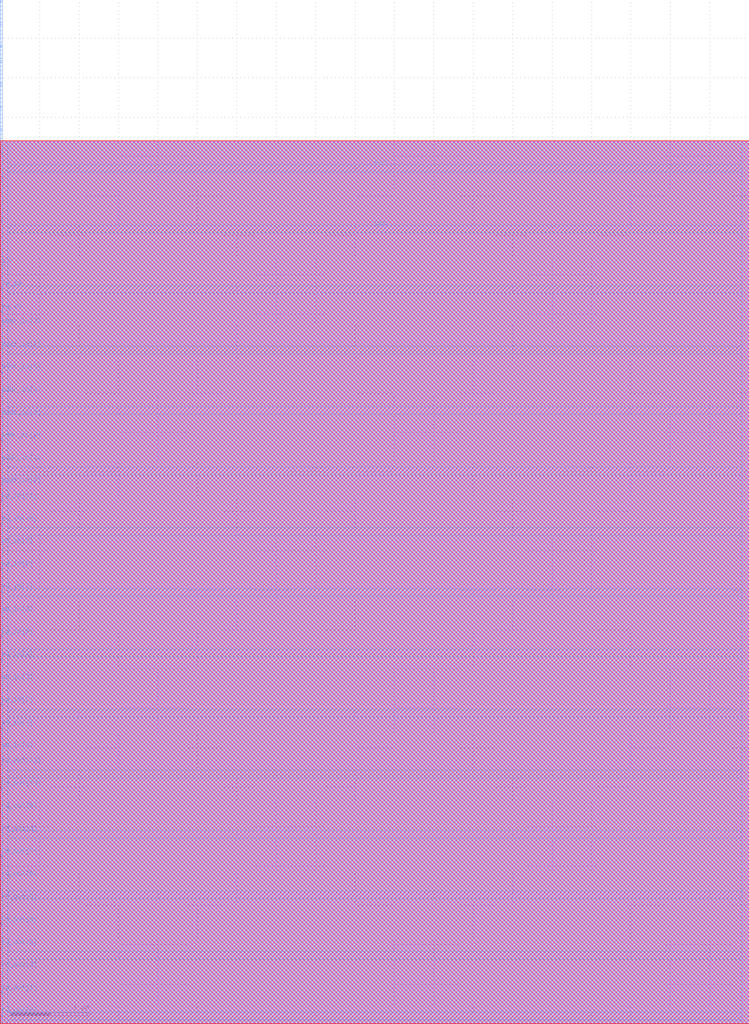
<source format=lef>
VERSION 5.7 ;
BUSBITCHARS "[]" ;
MACRO fakeram7_256x12
  FOREIGN fakeram7_256x12 0 0 ;
  SYMMETRY X Y R90 ;
  SIZE 9.500 BY 11.200 ;
  CLASS BLOCK ;
  PIN rd_out[0]
    DIRECTION OUTPUT ;
    USE SIGNAL ;
    SHAPE ABUTMENT ;
    PORT
      LAYER M4 ;
      RECT 0.000 0.096 0.024 0.120 ;
    END
  END rd_out[0]
  PIN rd_out[1]
    DIRECTION OUTPUT ;
    USE SIGNAL ;
    SHAPE ABUTMENT ;
    PORT
      LAYER M4 ;
      RECT 0.000 0.384 0.024 0.408 ;
    END
  END rd_out[1]
  PIN rd_out[2]
    DIRECTION OUTPUT ;
    USE SIGNAL ;
    SHAPE ABUTMENT ;
    PORT
      LAYER M4 ;
      RECT 0.000 0.672 0.024 0.696 ;
    END
  END rd_out[2]
  PIN rd_out[3]
    DIRECTION OUTPUT ;
    USE SIGNAL ;
    SHAPE ABUTMENT ;
    PORT
      LAYER M4 ;
      RECT 0.000 0.960 0.024 0.984 ;
    END
  END rd_out[3]
  PIN rd_out[4]
    DIRECTION OUTPUT ;
    USE SIGNAL ;
    SHAPE ABUTMENT ;
    PORT
      LAYER M4 ;
      RECT 0.000 1.248 0.024 1.272 ;
    END
  END rd_out[4]
  PIN rd_out[5]
    DIRECTION OUTPUT ;
    USE SIGNAL ;
    SHAPE ABUTMENT ;
    PORT
      LAYER M4 ;
      RECT 0.000 1.536 0.024 1.560 ;
    END
  END rd_out[5]
  PIN rd_out[6]
    DIRECTION OUTPUT ;
    USE SIGNAL ;
    SHAPE ABUTMENT ;
    PORT
      LAYER M4 ;
      RECT 0.000 1.824 0.024 1.848 ;
    END
  END rd_out[6]
  PIN rd_out[7]
    DIRECTION OUTPUT ;
    USE SIGNAL ;
    SHAPE ABUTMENT ;
    PORT
      LAYER M4 ;
      RECT 0.000 2.112 0.024 2.136 ;
    END
  END rd_out[7]
  PIN rd_out[8]
    DIRECTION OUTPUT ;
    USE SIGNAL ;
    SHAPE ABUTMENT ;
    PORT
      LAYER M4 ;
      RECT 0.000 2.400 0.024 2.424 ;
    END
  END rd_out[8]
  PIN rd_out[9]
    DIRECTION OUTPUT ;
    USE SIGNAL ;
    SHAPE ABUTMENT ;
    PORT
      LAYER M4 ;
      RECT 0.000 2.688 0.024 2.712 ;
    END
  END rd_out[9]
  PIN rd_out[10]
    DIRECTION OUTPUT ;
    USE SIGNAL ;
    SHAPE ABUTMENT ;
    PORT
      LAYER M4 ;
      RECT 0.000 2.976 0.024 3.000 ;
    END
  END rd_out[10]
  PIN rd_out[11]
    DIRECTION OUTPUT ;
    USE SIGNAL ;
    SHAPE ABUTMENT ;
    PORT
      LAYER M4 ;
      RECT 0.000 3.264 0.024 3.288 ;
    END
  END rd_out[11]
  PIN wd_in[0]
    DIRECTION INPUT ;
    USE SIGNAL ;
    SHAPE ABUTMENT ;
    PORT
      LAYER M4 ;
      RECT 0.000 3.456 0.024 3.480 ;
    END
  END wd_in[0]
  PIN wd_in[1]
    DIRECTION INPUT ;
    USE SIGNAL ;
    SHAPE ABUTMENT ;
    PORT
      LAYER M4 ;
      RECT 0.000 3.744 0.024 3.768 ;
    END
  END wd_in[1]
  PIN wd_in[2]
    DIRECTION INPUT ;
    USE SIGNAL ;
    SHAPE ABUTMENT ;
    PORT
      LAYER M4 ;
      RECT 0.000 4.032 0.024 4.056 ;
    END
  END wd_in[2]
  PIN wd_in[3]
    DIRECTION INPUT ;
    USE SIGNAL ;
    SHAPE ABUTMENT ;
    PORT
      LAYER M4 ;
      RECT 0.000 4.320 0.024 4.344 ;
    END
  END wd_in[3]
  PIN wd_in[4]
    DIRECTION INPUT ;
    USE SIGNAL ;
    SHAPE ABUTMENT ;
    PORT
      LAYER M4 ;
      RECT 0.000 4.608 0.024 4.632 ;
    END
  END wd_in[4]
  PIN wd_in[5]
    DIRECTION INPUT ;
    USE SIGNAL ;
    SHAPE ABUTMENT ;
    PORT
      LAYER M4 ;
      RECT 0.000 4.896 0.024 4.920 ;
    END
  END wd_in[5]
  PIN wd_in[6]
    DIRECTION INPUT ;
    USE SIGNAL ;
    SHAPE ABUTMENT ;
    PORT
      LAYER M4 ;
      RECT 0.000 5.184 0.024 5.208 ;
    END
  END wd_in[6]
  PIN wd_in[7]
    DIRECTION INPUT ;
    USE SIGNAL ;
    SHAPE ABUTMENT ;
    PORT
      LAYER M4 ;
      RECT 0.000 5.472 0.024 5.496 ;
    END
  END wd_in[7]
  PIN wd_in[8]
    DIRECTION INPUT ;
    USE SIGNAL ;
    SHAPE ABUTMENT ;
    PORT
      LAYER M4 ;
      RECT 0.000 5.760 0.024 5.784 ;
    END
  END wd_in[8]
  PIN wd_in[9]
    DIRECTION INPUT ;
    USE SIGNAL ;
    SHAPE ABUTMENT ;
    PORT
      LAYER M4 ;
      RECT 0.000 6.048 0.024 6.072 ;
    END
  END wd_in[9]
  PIN wd_in[10]
    DIRECTION INPUT ;
    USE SIGNAL ;
    SHAPE ABUTMENT ;
    PORT
      LAYER M4 ;
      RECT 0.000 6.336 0.024 6.360 ;
    END
  END wd_in[10]
  PIN wd_in[11]
    DIRECTION INPUT ;
    USE SIGNAL ;
    SHAPE ABUTMENT ;
    PORT
      LAYER M4 ;
      RECT 0.000 6.624 0.024 6.648 ;
    END
  END wd_in[11]
  PIN addr_in[0]
    DIRECTION INPUT ;
    USE SIGNAL ;
    SHAPE ABUTMENT ;
    PORT
      LAYER M4 ;
      RECT 0.000 6.816 0.024 6.840 ;
    END
  END addr_in[0]
  PIN addr_in[1]
    DIRECTION INPUT ;
    USE SIGNAL ;
    SHAPE ABUTMENT ;
    PORT
      LAYER M4 ;
      RECT 0.000 7.104 0.024 7.128 ;
    END
  END addr_in[1]
  PIN addr_in[2]
    DIRECTION INPUT ;
    USE SIGNAL ;
    SHAPE ABUTMENT ;
    PORT
      LAYER M4 ;
      RECT 0.000 7.392 0.024 7.416 ;
    END
  END addr_in[2]
  PIN addr_in[3]
    DIRECTION INPUT ;
    USE SIGNAL ;
    SHAPE ABUTMENT ;
    PORT
      LAYER M4 ;
      RECT 0.000 7.680 0.024 7.704 ;
    END
  END addr_in[3]
  PIN addr_in[4]
    DIRECTION INPUT ;
    USE SIGNAL ;
    SHAPE ABUTMENT ;
    PORT
      LAYER M4 ;
      RECT 0.000 7.968 0.024 7.992 ;
    END
  END addr_in[4]
  PIN addr_in[5]
    DIRECTION INPUT ;
    USE SIGNAL ;
    SHAPE ABUTMENT ;
    PORT
      LAYER M4 ;
      RECT 0.000 8.256 0.024 8.280 ;
    END
  END addr_in[5]
  PIN addr_in[6]
    DIRECTION INPUT ;
    USE SIGNAL ;
    SHAPE ABUTMENT ;
    PORT
      LAYER M4 ;
      RECT 0.000 8.544 0.024 8.568 ;
    END
  END addr_in[6]
  PIN addr_in[7]
    DIRECTION INPUT ;
    USE SIGNAL ;
    SHAPE ABUTMENT ;
    PORT
      LAYER M4 ;
      RECT 0.000 8.832 0.024 8.856 ;
    END
  END addr_in[7]
  PIN we_in
    DIRECTION INPUT ;
    USE SIGNAL ;
    SHAPE ABUTMENT ;
    PORT
      LAYER M4 ;
      RECT 0.000 9.024 0.024 9.048 ;
    END
  END we_in
  PIN ce_in
    DIRECTION INPUT ;
    USE SIGNAL ;
    SHAPE ABUTMENT ;
    PORT
      LAYER M4 ;
      RECT 0.000 9.312 0.024 9.336 ;
    END
  END ce_in
  PIN clk
    DIRECTION INPUT ;
    USE SIGNAL ;
    SHAPE ABUTMENT ;
    PORT
      LAYER M4 ;
      RECT 0.000 9.600 0.024 9.624 ;
    END
  END clk
  PIN VSS
    DIRECTION INOUT ;
    USE GROUND ;
    PORT
      LAYER M4 ;
      RECT 0.096 0.048 9.404 0.144 ;
      RECT 0.096 1.584 9.404 1.680 ;
      RECT 0.096 3.120 9.404 3.216 ;
      RECT 0.096 4.656 9.404 4.752 ;
      RECT 0.096 6.192 9.404 6.288 ;
      RECT 0.096 7.728 9.404 7.824 ;
      RECT 0.096 9.264 9.404 9.360 ;
      RECT 0.096 10.800 9.404 10.896 ;
    END
  END VSS
  PIN VDD
    DIRECTION INOUT ;
    USE POWER ;
    PORT
      LAYER M4 ;
      RECT 0.096 0.816 9.404 0.912 ;
      RECT 0.096 2.352 9.404 2.448 ;
      RECT 0.096 3.888 9.404 3.984 ;
      RECT 0.096 5.424 9.404 5.520 ;
      RECT 0.096 6.960 9.404 7.056 ;
      RECT 0.096 8.496 9.404 8.592 ;
      RECT 0.096 10.032 9.404 10.128 ;
    END
  END VDD
  OBS
    LAYER M1 ;
    RECT 0 0 9.500 11.200 ;
    LAYER M2 ;
    RECT 0 0 9.500 11.200 ;
    LAYER M3 ;
    RECT 0 0 9.500 11.200 ;
    LAYER M4 ;
    RECT 0.024 0 0.096 11.200 ;
    RECT 9.404 0 9.500 11.200 ;
    RECT 0.096 0.000 9.404 0.048 ;
    RECT 0.096 0.144 9.404 0.816 ;
    RECT 0.096 0.912 9.404 1.584 ;
    RECT 0.096 1.680 9.404 2.352 ;
    RECT 0.096 2.448 9.404 3.120 ;
    RECT 0.096 3.216 9.404 3.888 ;
    RECT 0.096 3.984 9.404 4.656 ;
    RECT 0.096 4.752 9.404 5.424 ;
    RECT 0.096 5.520 9.404 6.192 ;
    RECT 0.096 6.288 9.404 6.960 ;
    RECT 0.096 7.056 9.404 7.728 ;
    RECT 0.096 7.824 9.404 8.496 ;
    RECT 0.096 8.592 9.404 9.264 ;
    RECT 0.096 9.360 9.404 10.032 ;
    RECT 0.096 10.128 9.404 10.800 ;
    RECT 0.096 10.896 9.404 11.200 ;
    RECT 0 0.000 0.024 0.096 ;
    RECT 0 0.120 0.024 0.384 ;
    RECT 0 0.408 0.024 0.672 ;
    RECT 0 0.696 0.024 0.960 ;
    RECT 0 0.984 0.024 1.248 ;
    RECT 0 1.272 0.024 1.536 ;
    RECT 0 1.560 0.024 1.824 ;
    RECT 0 1.848 0.024 2.112 ;
    RECT 0 2.136 0.024 2.400 ;
    RECT 0 2.424 0.024 2.688 ;
    RECT 0 2.712 0.024 2.976 ;
    RECT 0 3.000 0.024 3.264 ;
    RECT 0 3.288 0.024 3.456 ;
    RECT 0 3.480 0.024 3.744 ;
    RECT 0 3.768 0.024 4.032 ;
    RECT 0 4.056 0.024 4.320 ;
    RECT 0 4.344 0.024 4.608 ;
    RECT 0 4.632 0.024 4.896 ;
    RECT 0 4.920 0.024 5.184 ;
    RECT 0 5.208 0.024 5.472 ;
    RECT 0 5.496 0.024 5.760 ;
    RECT 0 5.784 0.024 6.048 ;
    RECT 0 6.072 0.024 6.336 ;
    RECT 0 6.360 0.024 6.624 ;
    RECT 0 6.648 0.024 6.816 ;
    RECT 0 6.840 0.024 7.104 ;
    RECT 0 7.128 0.024 7.392 ;
    RECT 0 7.416 0.024 7.680 ;
    RECT 0 7.704 0.024 7.968 ;
    RECT 0 7.992 0.024 8.256 ;
    RECT 0 8.280 0.024 8.544 ;
    RECT 0 8.568 0.024 8.832 ;
    RECT 0 8.856 0.024 9.120 ;
    RECT 0 9.144 0.024 9.408 ;
    RECT 0 9.432 0.024 9.696 ;
    RECT 0 9.720 0.024 9.984 ;
    RECT 0 10.008 0.024 10.176 ;
    RECT 0 10.200 0.024 10.464 ;
    RECT 0 10.488 0.024 10.752 ;
    RECT 0 10.776 0.024 11.040 ;
    RECT 0 11.064 0.024 11.328 ;
    RECT 0 11.352 0.024 11.616 ;
    RECT 0 11.640 0.024 11.904 ;
    RECT 0 11.928 0.024 12.192 ;
    RECT 0 12.216 0.024 12.384 ;
    RECT 0 12.408 0.024 12.672 ;
    RECT 0 12.696 0.024 12.960 ;
    RECT 0 12.984 0.024 11.200 ;
    LAYER OVERLAP ;
    RECT 0 0 9.500 11.200 ;
  END
END fakeram7_256x12

END LIBRARY

</source>
